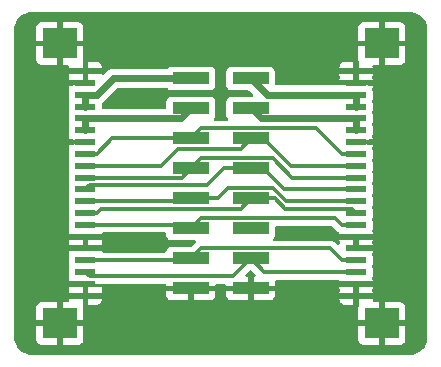
<source format=gbr>
%TF.GenerationSoftware,KiCad,Pcbnew,9.0.3*%
%TF.CreationDate,2025-07-20T15:06:00+03:00*%
%TF.ProjectId,PMDBG-FFC20,504d4442-472d-4464-9643-32302e6b6963,rev?*%
%TF.SameCoordinates,Original*%
%TF.FileFunction,Copper,L1,Top*%
%TF.FilePolarity,Positive*%
%FSLAX46Y46*%
G04 Gerber Fmt 4.6, Leading zero omitted, Abs format (unit mm)*
G04 Created by KiCad (PCBNEW 9.0.3) date 2025-07-20 15:06:00*
%MOMM*%
%LPD*%
G01*
G04 APERTURE LIST*
%TA.AperFunction,SMDPad,CuDef*%
%ADD10R,3.150000X1.000000*%
%TD*%
%TA.AperFunction,SMDPad,CuDef*%
%ADD11R,1.800000X0.600000*%
%TD*%
%TA.AperFunction,SMDPad,CuDef*%
%ADD12R,3.000000X2.600000*%
%TD*%
%TA.AperFunction,Conductor*%
%ADD13C,0.300000*%
%TD*%
%TA.AperFunction,Conductor*%
%ADD14C,0.600000*%
%TD*%
G04 APERTURE END LIST*
D10*
%TO.P,J1,1,Pin_1*%
%TO.N,+5V_IN*%
X-2525000Y8890000D03*
%TO.P,J1,2,Pin_2*%
%TO.N,+5V_OUT*%
X2525000Y8890000D03*
%TO.P,J1,3,Pin_3*%
%TO.N,+3.3V_IN*%
X-2525000Y6350000D03*
%TO.P,J1,4,Pin_4*%
%TO.N,+3.3V_OUT*%
X2525000Y6350000D03*
%TO.P,J1,5,Pin_5*%
%TO.N,/MOSI_MCU*%
X-2525000Y3810000D03*
%TO.P,J1,6,Pin_6*%
%TO.N,/MISO_MCU*%
X2525000Y3810000D03*
%TO.P,J1,7,Pin_7*%
%TO.N,/SCK_MCU*%
X-2525000Y1270000D03*
%TO.P,J1,8,Pin_8*%
%TO.N,/CS0_MCU*%
X2525000Y1270000D03*
%TO.P,J1,9,Pin_9*%
%TO.N,/CS1_MCU*%
X-2525000Y-1270000D03*
%TO.P,J1,10,Pin_10*%
%TO.N,/CS2_MCU*%
X2525000Y-1270000D03*
%TO.P,J1,11,Pin_11*%
%TO.N,/CS3_MCU*%
X-2525000Y-3810000D03*
%TO.P,J1,12,Pin_12*%
%TO.N,unconnected-(J1-Pin_12-Pad12)*%
X2525000Y-3810000D03*
%TO.P,J1,13,Pin_13*%
%TO.N,/SDA_MCU*%
X-2525000Y-6350000D03*
%TO.P,J1,14,Pin_14*%
%TO.N,/SCL_MCU*%
X2525000Y-6350000D03*
%TO.P,J1,15,Pin_15*%
%TO.N,GND_MCU*%
X-2525000Y-8890000D03*
%TO.P,J1,16,Pin_16*%
X2525000Y-8890000D03*
%TD*%
D11*
%TO.P,JM2,1,Pin_1*%
%TO.N,GND_MCU*%
X-11454000Y9500000D03*
%TO.P,JM2,2,Pin_2*%
X-11454000Y8500000D03*
%TO.P,JM2,3,Pin_3*%
%TO.N,+5V_IN*%
X-11454000Y7500000D03*
%TO.P,JM2,4,Pin_4*%
X-11454000Y6500000D03*
%TO.P,JM2,5,Pin_5*%
%TO.N,+3.3V_IN*%
X-11454000Y5500000D03*
%TO.P,JM2,6,Pin_6*%
X-11454000Y4500000D03*
%TO.P,JM2,7,Pin_7*%
%TO.N,GND_MCU*%
X-11454000Y3500000D03*
%TO.P,JM2,8,Pin_8*%
%TO.N,/MOSI_MCU*%
X-11454000Y2500000D03*
%TO.P,JM2,9,Pin_9*%
%TO.N,/MISO_MCU*%
X-11454000Y1500000D03*
%TO.P,JM2,10,Pin_10*%
%TO.N,/SCK_MCU*%
X-11454000Y500000D03*
%TO.P,JM2,11,Pin_11*%
%TO.N,/CS0_MCU*%
X-11454000Y-500000D03*
%TO.P,JM2,12,Pin_11*%
%TO.N,/CS1_MCU*%
X-11454000Y-1500000D03*
%TO.P,JM2,13,Pin_11*%
%TO.N,/CS2_MCU*%
X-11454000Y-2500000D03*
%TO.P,JM2,14,Pin_11*%
%TO.N,/CS3_MCU*%
X-11454000Y-3500000D03*
%TO.P,JM2,15,Pin_11*%
%TO.N,GND_MCU*%
X-11454000Y-4500000D03*
%TO.P,JM2,16,Pin_11*%
X-11454000Y-5500000D03*
%TO.P,JM2,17,Pin_11*%
%TO.N,/SDA_MCU*%
X-11454000Y-6500000D03*
%TO.P,JM2,18,Pin_11*%
%TO.N,/SCL_MCU*%
X-11454000Y-7500000D03*
%TO.P,JM2,19,Pin_11*%
%TO.N,GND_MCU*%
X-11454000Y-8500000D03*
%TO.P,JM2,20,Pin_11*%
X-11454000Y-9500000D03*
D12*
%TO.P,JM2,MP1,Pin_11*%
X-13625000Y11850000D03*
%TO.P,JM2,MP2,Pin_11*%
X-13625000Y-11850000D03*
%TD*%
D11*
%TO.P,JM1,1,Pin_1*%
%TO.N,GND_MCU*%
X11454000Y-9500000D03*
%TO.P,JM1,2,Pin_2*%
X11454000Y-8500000D03*
%TO.P,JM1,3,Pin_3*%
%TO.N,/SCL_MCU*%
X11454000Y-7500000D03*
%TO.P,JM1,4,Pin_4*%
%TO.N,/SDA_MCU*%
X11454000Y-6500000D03*
%TO.P,JM1,5,Pin_5*%
%TO.N,GND_MCU*%
X11454000Y-5500000D03*
%TO.P,JM1,6,Pin_6*%
X11454000Y-4500000D03*
%TO.P,JM1,7,Pin_7*%
%TO.N,/CS3_MCU*%
X11454000Y-3500000D03*
%TO.P,JM1,8,Pin_8*%
%TO.N,/CS2_MCU*%
X11454000Y-2500000D03*
%TO.P,JM1,9,Pin_9*%
%TO.N,/CS1_MCU*%
X11454000Y-1500000D03*
%TO.P,JM1,10,Pin_10*%
%TO.N,/CS0_MCU*%
X11454000Y-500000D03*
%TO.P,JM1,11,Pin_11*%
%TO.N,/SCK_MCU*%
X11454000Y500000D03*
%TO.P,JM1,12,Pin_11*%
%TO.N,/MISO_MCU*%
X11454000Y1500000D03*
%TO.P,JM1,13,Pin_11*%
%TO.N,/MOSI_MCU*%
X11454000Y2500000D03*
%TO.P,JM1,14,Pin_11*%
%TO.N,GND_MCU*%
X11454000Y3500000D03*
%TO.P,JM1,15,Pin_11*%
%TO.N,+3.3V_OUT*%
X11454000Y4500000D03*
%TO.P,JM1,16,Pin_11*%
X11454000Y5500000D03*
%TO.P,JM1,17,Pin_11*%
%TO.N,+5V_OUT*%
X11454000Y6500000D03*
%TO.P,JM1,18,Pin_11*%
X11454000Y7500000D03*
%TO.P,JM1,19,Pin_11*%
%TO.N,GND_MCU*%
X11454000Y8500000D03*
%TO.P,JM1,20,Pin_11*%
X11454000Y9500000D03*
D12*
%TO.P,JM1,MP1,Pin_11*%
X13625000Y-11850000D03*
%TO.P,JM1,MP2,Pin_11*%
X13625000Y11850000D03*
%TD*%
D13*
%TO.N,/CS3_MCU*%
X-1674000Y-2959000D02*
X9713000Y-2959000D01*
X-2835000Y-3500000D02*
X-2525000Y-3810000D01*
X-2525000Y-3810000D02*
X-1674000Y-2959000D01*
X10254000Y-3500000D02*
X11454000Y-3500000D01*
X-11454000Y-3500000D02*
X-2835000Y-3500000D01*
X9713000Y-2959000D02*
X10254000Y-3500000D01*
%TO.N,/SDA_MCU*%
X9254000Y-5500000D02*
X10254000Y-6500000D01*
X-11454000Y-6500000D02*
X-2675000Y-6500000D01*
X-2675000Y-6500000D02*
X-2525000Y-6350000D01*
X-2525000Y-6350000D02*
X-1675000Y-5500000D01*
X-1675000Y-5500000D02*
X9254000Y-5500000D01*
X10254000Y-6500000D02*
X11454000Y-6500000D01*
%TO.N,/MISO_MCU*%
X-11454000Y1500000D02*
X-5072000Y1500000D01*
X-5072000Y1500000D02*
X-3613000Y2959000D01*
X-3613000Y2959000D02*
X1674000Y2959000D01*
X1674000Y2959000D02*
X2525000Y3810000D01*
X3600000Y3810000D02*
X5910000Y1500000D01*
X2525000Y3810000D02*
X3600000Y3810000D01*
X5910000Y1500000D02*
X11454000Y1500000D01*
%TO.N,/SCL_MCU*%
X1026000Y-7849000D02*
X2525000Y-6350000D01*
X2525000Y-6350000D02*
X3675000Y-7500000D01*
X-11105000Y-7849000D02*
X1026000Y-7849000D01*
X-11454000Y-7500000D02*
X-11105000Y-7849000D01*
X3675000Y-7500000D02*
X11454000Y-7500000D01*
%TO.N,/MOSI_MCU*%
X-9190000Y3810000D02*
X-2525000Y3810000D01*
X10254000Y2500000D02*
X11454000Y2500000D01*
X-2525000Y3810000D02*
X-1674000Y4661000D01*
X-11454000Y2500000D02*
X-10500000Y2500000D01*
X8093000Y4661000D02*
X10254000Y2500000D01*
X-1674000Y4661000D02*
X8093000Y4661000D01*
X-10500000Y2500000D02*
X-9190000Y3810000D01*
%TO.N,/CS2_MCU*%
X11105000Y-2151000D02*
X11454000Y-2500000D01*
X1674000Y-2121000D02*
X2525000Y-1270000D01*
X2525000Y-1270000D02*
X4561480Y-1270000D01*
X5442480Y-2151000D02*
X11105000Y-2151000D01*
X-10500000Y-2500000D02*
X-10121000Y-2121000D01*
X-10121000Y-2121000D02*
X1674000Y-2121000D01*
X-11454000Y-2500000D02*
X-10500000Y-2500000D01*
X4561480Y-1270000D02*
X5442480Y-2151000D01*
D14*
%TO.N,+5V_OUT*%
X2525000Y8890000D02*
X3915000Y7500000D01*
X3915000Y7500000D02*
X11454000Y7500000D01*
X11454000Y7500000D02*
X11454000Y6500000D01*
D13*
%TO.N,/SCK_MCU*%
X11454000Y500000D02*
X6072000Y500000D01*
X6072000Y500000D02*
X4451000Y2121000D01*
X4451000Y2121000D02*
X-1674000Y2121000D01*
X-11454000Y500000D02*
X-3295000Y500000D01*
X-1674000Y2121000D02*
X-2525000Y1270000D01*
X-3295000Y500000D02*
X-2525000Y1270000D01*
%TO.N,/CS0_MCU*%
X252000Y1270000D02*
X2525000Y1270000D01*
X-1169000Y-151000D02*
X252000Y1270000D01*
X3600000Y1270000D02*
X5370000Y-500000D01*
X-11454000Y-500000D02*
X-11105000Y-151000D01*
X5370000Y-500000D02*
X11454000Y-500000D01*
X2525000Y1270000D02*
X3600000Y1270000D01*
X-11105000Y-151000D02*
X-1169000Y-151000D01*
%TO.N,/CS1_MCU*%
X-2525000Y-1270000D02*
X-252000Y-1270000D01*
X4419000Y-419000D02*
X5500000Y-1500000D01*
X5500000Y-1500000D02*
X11454000Y-1500000D01*
X599000Y-419000D02*
X4419000Y-419000D01*
X-252000Y-1270000D02*
X599000Y-419000D01*
X-11454000Y-1500000D02*
X-2755000Y-1500000D01*
X-2755000Y-1500000D02*
X-2525000Y-1270000D01*
D14*
%TO.N,+3.3V_OUT*%
X2525000Y6350000D02*
X3375000Y5500000D01*
X3375000Y5500000D02*
X11454000Y5500000D01*
X11454000Y5500000D02*
X11454000Y4500000D01*
%TO.N,+5V_IN*%
X-10500000Y7500000D02*
X-9110000Y8890000D01*
X-11454000Y7500000D02*
X-10500000Y7500000D01*
X-11454000Y6500000D02*
X-11454000Y7500000D01*
X-9110000Y8890000D02*
X-2525000Y8890000D01*
%TO.N,+3.3V_IN*%
X-11454000Y5500000D02*
X-11454000Y4500000D01*
X-11454000Y5500000D02*
X-3375000Y5500000D01*
X-3375000Y5500000D02*
X-2525000Y6350000D01*
%TD*%
%TA.AperFunction,Conductor*%
%TO.N,GND_MCU*%
G36*
X16004418Y14499184D02*
G01*
X16204561Y14484870D01*
X16222063Y14482353D01*
X16413797Y14440645D01*
X16430755Y14435666D01*
X16614609Y14367091D01*
X16630701Y14359741D01*
X16802904Y14265712D01*
X16817784Y14256151D01*
X16974867Y14138559D01*
X16988237Y14126973D01*
X17126972Y13988238D01*
X17138558Y13974868D01*
X17256146Y13817790D01*
X17265711Y13802905D01*
X17359740Y13630702D01*
X17367090Y13614610D01*
X17435662Y13430764D01*
X17440646Y13413788D01*
X17482351Y13222069D01*
X17484869Y13204558D01*
X17499184Y13004420D01*
X17499500Y12995573D01*
X17499500Y-12995572D01*
X17499184Y-13004419D01*
X17484869Y-13204557D01*
X17482351Y-13222068D01*
X17440646Y-13413787D01*
X17435662Y-13430763D01*
X17367090Y-13614609D01*
X17359740Y-13630701D01*
X17265711Y-13802904D01*
X17256146Y-13817789D01*
X17138558Y-13974867D01*
X17126972Y-13988237D01*
X16988237Y-14126972D01*
X16974867Y-14138558D01*
X16817789Y-14256146D01*
X16802904Y-14265711D01*
X16630701Y-14359740D01*
X16614609Y-14367090D01*
X16430763Y-14435662D01*
X16413787Y-14440646D01*
X16222068Y-14482351D01*
X16204557Y-14484869D01*
X16023779Y-14497799D01*
X16004417Y-14499184D01*
X15995572Y-14499500D01*
X-15995572Y-14499500D01*
X-16004418Y-14499184D01*
X-16026378Y-14497613D01*
X-16204558Y-14484869D01*
X-16222069Y-14482351D01*
X-16413788Y-14440646D01*
X-16430764Y-14435662D01*
X-16614610Y-14367090D01*
X-16630702Y-14359740D01*
X-16802905Y-14265711D01*
X-16817790Y-14256146D01*
X-16974868Y-14138558D01*
X-16988238Y-14126972D01*
X-17126973Y-13988237D01*
X-17138559Y-13974867D01*
X-17256151Y-13817784D01*
X-17265712Y-13802904D01*
X-17359741Y-13630701D01*
X-17367091Y-13614609D01*
X-17375020Y-13593350D01*
X-17435666Y-13430755D01*
X-17440645Y-13413797D01*
X-17482353Y-13222063D01*
X-17484870Y-13204556D01*
X-17485350Y-13197844D01*
X-15625000Y-13197844D01*
X-15618599Y-13257372D01*
X-15618597Y-13257379D01*
X-15568355Y-13392086D01*
X-15568351Y-13392093D01*
X-15482191Y-13507187D01*
X-15482188Y-13507190D01*
X-15367094Y-13593350D01*
X-15367087Y-13593354D01*
X-15232380Y-13643596D01*
X-15232373Y-13643598D01*
X-15172845Y-13649999D01*
X-15172828Y-13650000D01*
X-13875000Y-13650000D01*
X-13375000Y-13650000D01*
X-12077172Y-13650000D01*
X-12077156Y-13649999D01*
X-12017628Y-13643598D01*
X-12017621Y-13643596D01*
X-11882914Y-13593354D01*
X-11882907Y-13593350D01*
X-11767813Y-13507190D01*
X-11767810Y-13507187D01*
X-11681650Y-13392093D01*
X-11681646Y-13392086D01*
X-11631404Y-13257379D01*
X-11631402Y-13257372D01*
X-11625001Y-13197844D01*
X11625000Y-13197844D01*
X11631401Y-13257372D01*
X11631403Y-13257379D01*
X11681645Y-13392086D01*
X11681649Y-13392093D01*
X11767809Y-13507187D01*
X11767812Y-13507190D01*
X11882906Y-13593350D01*
X11882913Y-13593354D01*
X12017620Y-13643596D01*
X12017627Y-13643598D01*
X12077155Y-13649999D01*
X12077172Y-13650000D01*
X13375000Y-13650000D01*
X13875000Y-13650000D01*
X15172828Y-13650000D01*
X15172844Y-13649999D01*
X15232372Y-13643598D01*
X15232379Y-13643596D01*
X15367086Y-13593354D01*
X15367093Y-13593350D01*
X15482187Y-13507190D01*
X15482190Y-13507187D01*
X15568350Y-13392093D01*
X15568354Y-13392086D01*
X15618596Y-13257379D01*
X15618598Y-13257372D01*
X15624999Y-13197844D01*
X15625000Y-13197827D01*
X15625000Y-12100000D01*
X13875000Y-12100000D01*
X13875000Y-13650000D01*
X13375000Y-13650000D01*
X13375000Y-12100000D01*
X11625000Y-12100000D01*
X11625000Y-13197844D01*
X-11625001Y-13197844D01*
X-11625000Y-13197827D01*
X-11625000Y-12100000D01*
X-13375000Y-12100000D01*
X-13375000Y-13650000D01*
X-13875000Y-13650000D01*
X-13875000Y-12100000D01*
X-15625000Y-12100000D01*
X-15625000Y-13197844D01*
X-17485350Y-13197844D01*
X-17499184Y-13004418D01*
X-17499500Y-12995572D01*
X-17499500Y-10502155D01*
X-15625000Y-10502155D01*
X-15625000Y-11600000D01*
X-13875000Y-11600000D01*
X-13875000Y-10050000D01*
X-13375000Y-10050000D01*
X-13375000Y-11600000D01*
X-11625000Y-11600000D01*
X-11625000Y-10524752D01*
X-11634870Y-10502157D01*
X11625000Y-10502157D01*
X11625000Y-11600000D01*
X13375000Y-11600000D01*
X13875000Y-11600000D01*
X15625000Y-11600000D01*
X15625000Y-10502172D01*
X15624999Y-10502155D01*
X15618598Y-10442627D01*
X15618596Y-10442620D01*
X15568354Y-10307913D01*
X15568350Y-10307906D01*
X15482190Y-10192812D01*
X15482187Y-10192809D01*
X15367093Y-10106649D01*
X15367086Y-10106645D01*
X15232379Y-10056403D01*
X15232372Y-10056401D01*
X15172844Y-10050000D01*
X13875000Y-10050000D01*
X13875000Y-11600000D01*
X13375000Y-11600000D01*
X13375000Y-10050000D01*
X12970310Y-10050000D01*
X12903271Y-10030315D01*
X12857516Y-9977511D01*
X12847021Y-9912744D01*
X12853999Y-9847844D01*
X12854000Y-9847827D01*
X12854000Y-9750000D01*
X11704000Y-9750000D01*
X11704000Y-10317999D01*
X11684315Y-10385038D01*
X11650722Y-10419854D01*
X11636110Y-10429999D01*
X11631402Y-10442622D01*
X11631401Y-10442627D01*
X11625000Y-10502157D01*
X-11634870Y-10502157D01*
X-11693632Y-10367636D01*
X-11693788Y-10366411D01*
X-11694562Y-10365450D01*
X-11704000Y-10317999D01*
X-11704000Y-10300000D01*
X-11204000Y-10300000D01*
X-10506172Y-10300000D01*
X-10506156Y-10299999D01*
X-10446628Y-10293598D01*
X-10446621Y-10293596D01*
X-10311914Y-10243354D01*
X-10311907Y-10243350D01*
X-10196813Y-10157190D01*
X-10196810Y-10157187D01*
X-10110650Y-10042093D01*
X-10110646Y-10042086D01*
X-10060404Y-9907379D01*
X-10060402Y-9907372D01*
X-10054001Y-9847844D01*
X-10054000Y-9847827D01*
X-10054000Y-9750000D01*
X-11204000Y-9750000D01*
X-11204000Y-10300000D01*
X-11704000Y-10300000D01*
X-11704000Y-9750000D01*
X-12854000Y-9750000D01*
X-12854000Y-9847844D01*
X-12847021Y-9912744D01*
X-12859426Y-9981503D01*
X-12907035Y-10032641D01*
X-12970310Y-10050000D01*
X-13375000Y-10050000D01*
X-13875000Y-10050000D01*
X-15172845Y-10050000D01*
X-15232373Y-10056401D01*
X-15232380Y-10056403D01*
X-15367087Y-10106645D01*
X-15367094Y-10106649D01*
X-15482188Y-10192809D01*
X-15482191Y-10192812D01*
X-15568351Y-10307906D01*
X-15568355Y-10307913D01*
X-15618597Y-10442620D01*
X-15618599Y-10442627D01*
X-15625000Y-10502155D01*
X-17499500Y-10502155D01*
X-17499500Y-9437844D01*
X-4600000Y-9437844D01*
X-4593599Y-9497372D01*
X-4593597Y-9497379D01*
X-4543355Y-9632086D01*
X-4543351Y-9632093D01*
X-4457191Y-9747187D01*
X-4457188Y-9747190D01*
X-4342094Y-9833350D01*
X-4342087Y-9833354D01*
X-4207380Y-9883596D01*
X-4207373Y-9883598D01*
X-4147845Y-9889999D01*
X-4147828Y-9890000D01*
X-2775000Y-9890000D01*
X-2275000Y-9890000D01*
X-902172Y-9890000D01*
X-902156Y-9889999D01*
X-842628Y-9883598D01*
X-842621Y-9883596D01*
X-707914Y-9833354D01*
X-707907Y-9833350D01*
X-592813Y-9747190D01*
X-592810Y-9747187D01*
X-506650Y-9632093D01*
X-506646Y-9632086D01*
X-456404Y-9497379D01*
X-456402Y-9497372D01*
X-450001Y-9437844D01*
X450000Y-9437844D01*
X456401Y-9497372D01*
X456403Y-9497379D01*
X506645Y-9632086D01*
X506649Y-9632093D01*
X592809Y-9747187D01*
X592812Y-9747190D01*
X707906Y-9833350D01*
X707913Y-9833354D01*
X842620Y-9883596D01*
X842627Y-9883598D01*
X902155Y-9889999D01*
X902172Y-9890000D01*
X2275000Y-9890000D01*
X2775000Y-9890000D01*
X4147828Y-9890000D01*
X4147844Y-9889999D01*
X4207372Y-9883598D01*
X4207379Y-9883596D01*
X4303236Y-9847844D01*
X10054000Y-9847844D01*
X10060401Y-9907372D01*
X10060403Y-9907379D01*
X10110645Y-10042086D01*
X10110649Y-10042093D01*
X10196809Y-10157187D01*
X10196812Y-10157190D01*
X10311906Y-10243350D01*
X10311913Y-10243354D01*
X10446620Y-10293596D01*
X10446627Y-10293598D01*
X10506155Y-10299999D01*
X10506172Y-10300000D01*
X11204000Y-10300000D01*
X11204000Y-9750000D01*
X10054000Y-9750000D01*
X10054000Y-9847844D01*
X4303236Y-9847844D01*
X4342086Y-9833354D01*
X4342093Y-9833350D01*
X4457187Y-9747190D01*
X4457190Y-9747187D01*
X4543350Y-9632093D01*
X4543354Y-9632086D01*
X4593596Y-9497379D01*
X4593598Y-9497372D01*
X4599999Y-9437844D01*
X4600000Y-9437827D01*
X4600000Y-9140000D01*
X2775000Y-9140000D01*
X2775000Y-9890000D01*
X2275000Y-9890000D01*
X2275000Y-9140000D01*
X450000Y-9140000D01*
X450000Y-9437844D01*
X-450001Y-9437844D01*
X-450000Y-9437827D01*
X-450000Y-9140000D01*
X-2275000Y-9140000D01*
X-2275000Y-9890000D01*
X-2775000Y-9890000D01*
X-2775000Y-9140000D01*
X-4600000Y-9140000D01*
X-4600000Y-9437844D01*
X-17499500Y-9437844D01*
X-17499500Y-8847844D01*
X-12854000Y-8847844D01*
X-12847599Y-8907372D01*
X-12847597Y-8907380D01*
X-12829214Y-8956667D01*
X-12824230Y-9026359D01*
X-12829214Y-9043333D01*
X-12847597Y-9092619D01*
X-12847599Y-9092627D01*
X-12854000Y-9152155D01*
X-12854000Y-9250000D01*
X-11704000Y-9250000D01*
X-11204000Y-9250000D01*
X-10054000Y-9250000D01*
X-10054000Y-9152172D01*
X-10054001Y-9152155D01*
X-10058187Y-9113225D01*
X-10081413Y-9035505D01*
X-10081562Y-9004541D01*
X-10083772Y-8973644D01*
X-10081743Y-8966733D01*
X-10081748Y-8965636D01*
X-10081140Y-8964678D01*
X-10078786Y-8956665D01*
X-10060403Y-8907378D01*
X-10060403Y-8907377D01*
X-10054001Y-8847844D01*
X10054000Y-8847844D01*
X10060401Y-8907372D01*
X10060403Y-8907380D01*
X10078786Y-8956667D01*
X10083770Y-9026359D01*
X10078786Y-9043333D01*
X10060403Y-9092619D01*
X10060401Y-9092627D01*
X10054000Y-9152155D01*
X10054000Y-9250000D01*
X11204000Y-9250000D01*
X11704000Y-9250000D01*
X12854000Y-9250000D01*
X12854000Y-9152172D01*
X12853999Y-9152155D01*
X12847597Y-9092622D01*
X12847597Y-9092621D01*
X12829214Y-9043335D01*
X12824228Y-8973644D01*
X12829214Y-8956665D01*
X12847597Y-8907378D01*
X12847597Y-8907377D01*
X12853999Y-8847844D01*
X12854000Y-8847827D01*
X12854000Y-8750000D01*
X11704000Y-8750000D01*
X11704000Y-9250000D01*
X11204000Y-9250000D01*
X11204000Y-8750000D01*
X10054000Y-8750000D01*
X10054000Y-8847844D01*
X-10054001Y-8847844D01*
X-10054000Y-8847827D01*
X-10054000Y-8750000D01*
X-11204000Y-8750000D01*
X-11204000Y-9250000D01*
X-11704000Y-9250000D01*
X-11704000Y-8750000D01*
X-12854000Y-8750000D01*
X-12854000Y-8847844D01*
X-17499500Y-8847844D01*
X-17499500Y-4847844D01*
X-12854000Y-4847844D01*
X-12847599Y-4907372D01*
X-12847597Y-4907380D01*
X-12829214Y-4956667D01*
X-12824230Y-5026359D01*
X-12829214Y-5043333D01*
X-12847597Y-5092619D01*
X-12847599Y-5092627D01*
X-12854000Y-5152155D01*
X-12854000Y-5250000D01*
X-11704000Y-5250000D01*
X-11204000Y-5250000D01*
X-10054000Y-5250000D01*
X-10054000Y-5152172D01*
X-10054001Y-5152155D01*
X-10060403Y-5092622D01*
X-10060403Y-5092621D01*
X-10078786Y-5043335D01*
X-10083772Y-4973644D01*
X-10078786Y-4956665D01*
X-10060403Y-4907378D01*
X-10060403Y-4907377D01*
X-10054001Y-4847844D01*
X-10054000Y-4847827D01*
X-10054000Y-4750000D01*
X-11204000Y-4750000D01*
X-11204000Y-5250000D01*
X-11704000Y-5250000D01*
X-11704000Y-4750000D01*
X-12854000Y-4750000D01*
X-12854000Y-4847844D01*
X-17499500Y-4847844D01*
X-17499500Y7847873D01*
X-12854500Y7847873D01*
X-12854500Y7837739D01*
X-12854500Y7837738D01*
X-12854500Y7152130D01*
X-12854499Y7152124D01*
X-12848092Y7092518D01*
X-12834996Y7057407D01*
X-12829748Y7043335D01*
X-12829747Y7043334D01*
X-12824763Y6973642D01*
X-12829747Y6956669D01*
X-12848090Y6907489D01*
X-12848090Y6907486D01*
X-12848091Y6907483D01*
X-12854500Y6847873D01*
X-12854500Y6847866D01*
X-12854500Y6847865D01*
X-12854500Y6152130D01*
X-12854499Y6152124D01*
X-12848092Y6092518D01*
X-12834996Y6057407D01*
X-12829748Y6043335D01*
X-12829747Y6043334D01*
X-12824763Y5973642D01*
X-12829747Y5956669D01*
X-12848090Y5907489D01*
X-12848090Y5907486D01*
X-12848091Y5907483D01*
X-12854500Y5847873D01*
X-12854500Y5847866D01*
X-12854500Y5847865D01*
X-12854500Y5152130D01*
X-12854499Y5152124D01*
X-12848092Y5092518D01*
X-12834996Y5057407D01*
X-12829748Y5043335D01*
X-12829747Y5043334D01*
X-12824763Y4973642D01*
X-12829747Y4956669D01*
X-12848090Y4907489D01*
X-12848090Y4907486D01*
X-12848091Y4907483D01*
X-12854500Y4847873D01*
X-12854500Y4847866D01*
X-12854500Y4847865D01*
X-12854500Y4152130D01*
X-12854499Y4152124D01*
X-12848091Y4092516D01*
X-12829481Y4042618D01*
X-12824497Y3972926D01*
X-12829480Y3955954D01*
X-12847598Y3907377D01*
X-12847599Y3907373D01*
X-12854000Y3847845D01*
X-12854000Y3750000D01*
X-12602069Y3750000D01*
X-12558736Y3742182D01*
X-12461483Y3705909D01*
X-12461484Y3705909D01*
X-12454556Y3705165D01*
X-12401873Y3699500D01*
X-11578000Y3699501D01*
X-11569314Y3696951D01*
X-11560353Y3698239D01*
X-11536317Y3687262D01*
X-11510961Y3679817D01*
X-11505033Y3672975D01*
X-11496797Y3669214D01*
X-11482511Y3646983D01*
X-11465206Y3627013D01*
X-11462919Y3616498D01*
X-11459023Y3610436D01*
X-11454000Y3575501D01*
X-11454000Y3424500D01*
X-11473685Y3357461D01*
X-11526489Y3311706D01*
X-11578000Y3300500D01*
X-12401871Y3300500D01*
X-12401877Y3300499D01*
X-12461484Y3294092D01*
X-12558736Y3257818D01*
X-12602069Y3250000D01*
X-12854000Y3250000D01*
X-12854000Y3152156D01*
X-12847599Y3092628D01*
X-12847597Y3092617D01*
X-12829481Y3044047D01*
X-12824497Y2974356D01*
X-12829480Y2957384D01*
X-12841660Y2924726D01*
X-12848091Y2907483D01*
X-12854500Y2847873D01*
X-12854500Y2847866D01*
X-12854500Y2847865D01*
X-12854500Y2152130D01*
X-12854499Y2152124D01*
X-12848092Y2092518D01*
X-12834996Y2057407D01*
X-12829748Y2043335D01*
X-12829747Y2043334D01*
X-12824763Y1973642D01*
X-12829747Y1956669D01*
X-12848090Y1907489D01*
X-12848090Y1907486D01*
X-12848091Y1907483D01*
X-12854500Y1847873D01*
X-12854500Y1847866D01*
X-12854500Y1847865D01*
X-12854500Y1152130D01*
X-12854499Y1152124D01*
X-12848092Y1092518D01*
X-12834996Y1057407D01*
X-12829748Y1043335D01*
X-12829747Y1043334D01*
X-12824763Y973642D01*
X-12829747Y956669D01*
X-12848090Y907489D01*
X-12848090Y907486D01*
X-12848091Y907483D01*
X-12854500Y847873D01*
X-12854500Y847866D01*
X-12854500Y847865D01*
X-12854500Y152130D01*
X-12854499Y152124D01*
X-12848092Y92518D01*
X-12845764Y86277D01*
X-12829748Y43335D01*
X-12829747Y43334D01*
X-12824763Y-26358D01*
X-12829747Y-43331D01*
X-12848090Y-92511D01*
X-12848090Y-92514D01*
X-12848091Y-92517D01*
X-12854500Y-152127D01*
X-12854500Y-152134D01*
X-12854500Y-152135D01*
X-12854500Y-847870D01*
X-12854499Y-847876D01*
X-12848092Y-907482D01*
X-12834996Y-942593D01*
X-12829748Y-956665D01*
X-12829747Y-956666D01*
X-12824763Y-1026358D01*
X-12829747Y-1043331D01*
X-12848090Y-1092511D01*
X-12848090Y-1092514D01*
X-12848091Y-1092517D01*
X-12854500Y-1152127D01*
X-12854500Y-1152134D01*
X-12854500Y-1152135D01*
X-12854500Y-1847870D01*
X-12854499Y-1847876D01*
X-12848092Y-1907482D01*
X-12834996Y-1942593D01*
X-12829748Y-1956665D01*
X-12829747Y-1956666D01*
X-12824763Y-2026358D01*
X-12829747Y-2043331D01*
X-12848090Y-2092511D01*
X-12848090Y-2092514D01*
X-12848091Y-2092517D01*
X-12854500Y-2152127D01*
X-12854500Y-2152134D01*
X-12854500Y-2152135D01*
X-12854500Y-2847870D01*
X-12854499Y-2847876D01*
X-12848092Y-2907482D01*
X-12834996Y-2942593D01*
X-12829748Y-2956665D01*
X-12829747Y-2956666D01*
X-12824763Y-3026358D01*
X-12829747Y-3043331D01*
X-12848090Y-3092511D01*
X-12848090Y-3092514D01*
X-12848091Y-3092517D01*
X-12854500Y-3152127D01*
X-12854500Y-3152134D01*
X-12854500Y-3152135D01*
X-12854500Y-3847870D01*
X-12854499Y-3847876D01*
X-12848091Y-3907484D01*
X-12829481Y-3957382D01*
X-12824497Y-4027074D01*
X-12829480Y-4044046D01*
X-12847598Y-4092623D01*
X-12847599Y-4092627D01*
X-12854000Y-4152155D01*
X-12854000Y-4250000D01*
X-12602069Y-4250000D01*
X-12558736Y-4257818D01*
X-12461483Y-4294091D01*
X-12461484Y-4294091D01*
X-12454556Y-4294835D01*
X-12401873Y-4300500D01*
X-10506128Y-4300499D01*
X-10446517Y-4294091D01*
X-10349264Y-4257817D01*
X-10305931Y-4250000D01*
X-10054000Y-4250000D01*
X-10043816Y-4239815D01*
X-10034315Y-4207461D01*
X-9981511Y-4161706D01*
X-9930000Y-4150500D01*
X-4724499Y-4150500D01*
X-4657460Y-4170185D01*
X-4611705Y-4222989D01*
X-4600499Y-4274500D01*
X-4600499Y-4357876D01*
X-4594092Y-4417483D01*
X-4543798Y-4552328D01*
X-4543794Y-4552335D01*
X-4457548Y-4667544D01*
X-4457545Y-4667547D01*
X-4342336Y-4753793D01*
X-4342329Y-4753797D01*
X-4207483Y-4804091D01*
X-4207484Y-4804091D01*
X-4200556Y-4804835D01*
X-4147873Y-4810500D01*
X-2204808Y-4810499D01*
X-2137770Y-4830184D01*
X-2092015Y-4882987D01*
X-2082071Y-4952146D01*
X-2111096Y-5015702D01*
X-2117128Y-5022180D01*
X-2408129Y-5313181D01*
X-2469452Y-5346666D01*
X-2495810Y-5349500D01*
X-4147871Y-5349500D01*
X-4147877Y-5349501D01*
X-4207484Y-5355908D01*
X-4342329Y-5406202D01*
X-4342336Y-5406206D01*
X-4457545Y-5492452D01*
X-4457548Y-5492455D01*
X-4543794Y-5607664D01*
X-4543798Y-5607671D01*
X-4594092Y-5742517D01*
X-4595874Y-5750062D01*
X-4598147Y-5749525D01*
X-4620429Y-5803312D01*
X-4677823Y-5843157D01*
X-4716976Y-5849500D01*
X-9930000Y-5849500D01*
X-9997039Y-5829815D01*
X-10042794Y-5777011D01*
X-10047189Y-5756811D01*
X-10054000Y-5750000D01*
X-10305931Y-5750000D01*
X-10349264Y-5742182D01*
X-10446518Y-5705908D01*
X-10446517Y-5705908D01*
X-10506117Y-5699501D01*
X-10506119Y-5699500D01*
X-10506127Y-5699500D01*
X-10506135Y-5699500D01*
X-12401871Y-5699500D01*
X-12401877Y-5699501D01*
X-12461484Y-5705908D01*
X-12558736Y-5742182D01*
X-12602069Y-5750000D01*
X-12854000Y-5750000D01*
X-12854000Y-5847844D01*
X-12847599Y-5907372D01*
X-12847597Y-5907383D01*
X-12829481Y-5955953D01*
X-12824497Y-6025644D01*
X-12829480Y-6042616D01*
X-12848090Y-6092513D01*
X-12848091Y-6092517D01*
X-12854500Y-6152127D01*
X-12854500Y-6152134D01*
X-12854500Y-6152135D01*
X-12854500Y-6847870D01*
X-12854499Y-6847876D01*
X-12848092Y-6907482D01*
X-12834996Y-6942593D01*
X-12829748Y-6956665D01*
X-12829747Y-6956666D01*
X-12824763Y-7026358D01*
X-12829747Y-7043331D01*
X-12848090Y-7092511D01*
X-12848090Y-7092514D01*
X-12848091Y-7092517D01*
X-12854500Y-7152127D01*
X-12854500Y-7152134D01*
X-12854500Y-7152135D01*
X-12854500Y-7847870D01*
X-12854499Y-7847876D01*
X-12848091Y-7907484D01*
X-12829481Y-7957382D01*
X-12824497Y-8027074D01*
X-12829480Y-8044046D01*
X-12847598Y-8092623D01*
X-12847599Y-8092627D01*
X-12854000Y-8152155D01*
X-12854000Y-8250000D01*
X-12602069Y-8250000D01*
X-12558736Y-8257818D01*
X-12461483Y-8294091D01*
X-12461484Y-8294091D01*
X-12454556Y-8294835D01*
X-12401873Y-8300500D01*
X-11624810Y-8300499D01*
X-11557771Y-8320183D01*
X-11537129Y-8336818D01*
X-11519672Y-8354275D01*
X-11519669Y-8354277D01*
X-11413126Y-8425466D01*
X-11343779Y-8454189D01*
X-11294744Y-8474501D01*
X-11294741Y-8474501D01*
X-11294740Y-8474502D01*
X-11169072Y-8499500D01*
X-4724000Y-8499500D01*
X-4656961Y-8519185D01*
X-4611206Y-8571989D01*
X-4600000Y-8623500D01*
X-4600000Y-8640000D01*
X-450000Y-8640000D01*
X-450000Y-8623500D01*
X-430315Y-8556461D01*
X-377511Y-8510706D01*
X-326000Y-8499500D01*
X326000Y-8499500D01*
X393039Y-8519185D01*
X438794Y-8571989D01*
X450000Y-8623500D01*
X450000Y-8640000D01*
X2275000Y-8640000D01*
X2275000Y-7890000D01*
X2204307Y-7890000D01*
X2137268Y-7870315D01*
X2091513Y-7817511D01*
X2081569Y-7748353D01*
X2110594Y-7684797D01*
X2116626Y-7678319D01*
X2408126Y-7386818D01*
X2435053Y-7372114D01*
X2460872Y-7355522D01*
X2467072Y-7354630D01*
X2469449Y-7353333D01*
X2495807Y-7350499D01*
X2554191Y-7350499D01*
X2621230Y-7370184D01*
X2641872Y-7386818D01*
X2933373Y-7678319D01*
X2966858Y-7739642D01*
X2961874Y-7809334D01*
X2920002Y-7865267D01*
X2854538Y-7889684D01*
X2845692Y-7890000D01*
X2775000Y-7890000D01*
X2775000Y-8640000D01*
X4600000Y-8640000D01*
X4600000Y-8342172D01*
X4599999Y-8342155D01*
X4594150Y-8287756D01*
X4606555Y-8218997D01*
X4654164Y-8167859D01*
X4717439Y-8150500D01*
X9930000Y-8150500D01*
X9997039Y-8170185D01*
X10042794Y-8222989D01*
X10047188Y-8243188D01*
X10054000Y-8250000D01*
X10305931Y-8250000D01*
X10349264Y-8257818D01*
X10446517Y-8294091D01*
X10446516Y-8294091D01*
X10453444Y-8294835D01*
X10506127Y-8300500D01*
X12401872Y-8300499D01*
X12461483Y-8294091D01*
X12558736Y-8257817D01*
X12602069Y-8250000D01*
X12854000Y-8250000D01*
X12854000Y-8152172D01*
X12853999Y-8152155D01*
X12847598Y-8092627D01*
X12829479Y-8044048D01*
X12824495Y-7974356D01*
X12829476Y-7957391D01*
X12848091Y-7907483D01*
X12854500Y-7847873D01*
X12854499Y-7152128D01*
X12848091Y-7092517D01*
X12829747Y-7043334D01*
X12824762Y-6973643D01*
X12829747Y-6956665D01*
X12848089Y-6907488D01*
X12848088Y-6907488D01*
X12848091Y-6907483D01*
X12854500Y-6847873D01*
X12854499Y-6152128D01*
X12848091Y-6092517D01*
X12829480Y-6042618D01*
X12824495Y-5972927D01*
X12829480Y-5955949D01*
X12847597Y-5907375D01*
X12847598Y-5907372D01*
X12853999Y-5847844D01*
X12854000Y-5847827D01*
X12854000Y-5750000D01*
X12602069Y-5750000D01*
X12558736Y-5742182D01*
X12461482Y-5705908D01*
X12461483Y-5705908D01*
X12401883Y-5699501D01*
X12401881Y-5699500D01*
X12401873Y-5699500D01*
X12401865Y-5699500D01*
X11578000Y-5699500D01*
X11510961Y-5679815D01*
X11465206Y-5627011D01*
X11454000Y-5575500D01*
X11454000Y-5500000D01*
X11328000Y-5500000D01*
X11260961Y-5480315D01*
X11215206Y-5427511D01*
X11204000Y-5376000D01*
X11204000Y-5250000D01*
X11704000Y-5250000D01*
X12854000Y-5250000D01*
X12854000Y-5152172D01*
X12853999Y-5152155D01*
X12847597Y-5092622D01*
X12847597Y-5092621D01*
X12829214Y-5043335D01*
X12824228Y-4973644D01*
X12829214Y-4956665D01*
X12847597Y-4907378D01*
X12847597Y-4907377D01*
X12853999Y-4847844D01*
X12854000Y-4847827D01*
X12854000Y-4750000D01*
X11704000Y-4750000D01*
X11704000Y-5250000D01*
X11204000Y-5250000D01*
X11204000Y-4750000D01*
X10054000Y-4750000D01*
X10054000Y-4847844D01*
X10060401Y-4907372D01*
X10060403Y-4907380D01*
X10078786Y-4956667D01*
X10080400Y-4979241D01*
X10086600Y-5001008D01*
X10083253Y-5019135D01*
X10083770Y-5026359D01*
X10081293Y-5035901D01*
X10054982Y-5122886D01*
X10041950Y-5142805D01*
X10032839Y-5164798D01*
X10023172Y-5171508D01*
X10016731Y-5181355D01*
X9994998Y-5191067D01*
X9975444Y-5204642D01*
X9963684Y-5205061D01*
X9952942Y-5209862D01*
X9929408Y-5206283D01*
X9905619Y-5207131D01*
X9894920Y-5201038D01*
X9883866Y-5199357D01*
X9869046Y-5186303D01*
X9848612Y-5174666D01*
X9668674Y-4994727D01*
X9668673Y-4994726D01*
X9645498Y-4979241D01*
X9562127Y-4923535D01*
X9523118Y-4907377D01*
X9443744Y-4874499D01*
X9443738Y-4874497D01*
X9318071Y-4849500D01*
X9318069Y-4849500D01*
X4569057Y-4849500D01*
X4502018Y-4829815D01*
X4456263Y-4777011D01*
X4446319Y-4707853D01*
X4469790Y-4651189D01*
X4543796Y-4552331D01*
X4594091Y-4417483D01*
X4600500Y-4357873D01*
X4600499Y-3733499D01*
X4620183Y-3666461D01*
X4672987Y-3620706D01*
X4724499Y-3609500D01*
X9392192Y-3609500D01*
X9459231Y-3629185D01*
X9479873Y-3645819D01*
X9839325Y-4005272D01*
X9839332Y-4005278D01*
X9945868Y-4076462D01*
X9945874Y-4076466D01*
X9977449Y-4089544D01*
X10031853Y-4133382D01*
X10053921Y-4199675D01*
X10054000Y-4204106D01*
X10054000Y-4250000D01*
X10305931Y-4250000D01*
X10349264Y-4257818D01*
X10446517Y-4294091D01*
X10446516Y-4294091D01*
X10453444Y-4294835D01*
X10506127Y-4300500D01*
X12401872Y-4300499D01*
X12461483Y-4294091D01*
X12558736Y-4257817D01*
X12602069Y-4250000D01*
X12854000Y-4250000D01*
X12854000Y-4152172D01*
X12853999Y-4152155D01*
X12847598Y-4092627D01*
X12829479Y-4044048D01*
X12824495Y-3974356D01*
X12829476Y-3957391D01*
X12848091Y-3907483D01*
X12854500Y-3847873D01*
X12854499Y-3152128D01*
X12848091Y-3092517D01*
X12829747Y-3043334D01*
X12824762Y-2973643D01*
X12829747Y-2956665D01*
X12848089Y-2907488D01*
X12848088Y-2907488D01*
X12848091Y-2907483D01*
X12854500Y-2847873D01*
X12854499Y-2152128D01*
X12848091Y-2092517D01*
X12829747Y-2043334D01*
X12824762Y-1973643D01*
X12829747Y-1956665D01*
X12848089Y-1907488D01*
X12848088Y-1907488D01*
X12848091Y-1907483D01*
X12854500Y-1847873D01*
X12854499Y-1152128D01*
X12848091Y-1092517D01*
X12829747Y-1043334D01*
X12824762Y-973643D01*
X12829747Y-956665D01*
X12848089Y-907488D01*
X12848088Y-907488D01*
X12848091Y-907483D01*
X12854500Y-847873D01*
X12854499Y-152128D01*
X12848091Y-92517D01*
X12829747Y-43334D01*
X12824762Y26357D01*
X12829747Y43335D01*
X12848091Y92517D01*
X12854500Y152127D01*
X12854499Y847872D01*
X12848091Y907483D01*
X12829747Y956666D01*
X12824762Y1026357D01*
X12829747Y1043335D01*
X12848089Y1092512D01*
X12848088Y1092512D01*
X12848091Y1092517D01*
X12854500Y1152127D01*
X12854499Y1847872D01*
X12848091Y1907483D01*
X12829747Y1956666D01*
X12824762Y2026357D01*
X12829747Y2043335D01*
X12848089Y2092512D01*
X12848088Y2092512D01*
X12848091Y2092517D01*
X12854500Y2152127D01*
X12854499Y2847872D01*
X12848091Y2907483D01*
X12829480Y2957382D01*
X12824495Y3027073D01*
X12829480Y3044051D01*
X12847597Y3092625D01*
X12847598Y3092628D01*
X12853999Y3152156D01*
X12854000Y3152173D01*
X12854000Y3250000D01*
X12602069Y3250000D01*
X12558736Y3257818D01*
X12461482Y3294092D01*
X12461483Y3294092D01*
X12401883Y3300499D01*
X12401881Y3300500D01*
X12401873Y3300500D01*
X12401865Y3300500D01*
X11578000Y3300500D01*
X11569314Y3303051D01*
X11560353Y3301762D01*
X11536312Y3312741D01*
X11510961Y3320185D01*
X11505033Y3327026D01*
X11496797Y3330787D01*
X11482507Y3353022D01*
X11465206Y3372989D01*
X11462918Y3383504D01*
X11459023Y3389565D01*
X11454000Y3424500D01*
X11454000Y3575501D01*
X11473685Y3642540D01*
X11526489Y3688295D01*
X11578000Y3699501D01*
X12401871Y3699501D01*
X12401872Y3699501D01*
X12461483Y3705909D01*
X12558736Y3742183D01*
X12602069Y3750000D01*
X12854000Y3750000D01*
X12854000Y3847828D01*
X12853999Y3847845D01*
X12847598Y3907373D01*
X12829479Y3955952D01*
X12824495Y4025644D01*
X12829476Y4042609D01*
X12848091Y4092517D01*
X12854500Y4152127D01*
X12854499Y4847872D01*
X12848091Y4907483D01*
X12829747Y4956666D01*
X12824762Y5026357D01*
X12829747Y5043335D01*
X12848089Y5092512D01*
X12848088Y5092512D01*
X12848091Y5092517D01*
X12854500Y5152127D01*
X12854499Y5847872D01*
X12848091Y5907483D01*
X12829747Y5956666D01*
X12824762Y6026357D01*
X12829747Y6043335D01*
X12848089Y6092512D01*
X12848088Y6092512D01*
X12848091Y6092517D01*
X12854500Y6152127D01*
X12854499Y6847872D01*
X12848091Y6907483D01*
X12829747Y6956666D01*
X12824762Y7026357D01*
X12829747Y7043335D01*
X12848021Y7092329D01*
X12848091Y7092517D01*
X12854500Y7152127D01*
X12854499Y7847872D01*
X12848091Y7907483D01*
X12829480Y7957382D01*
X12824495Y8027073D01*
X12829480Y8044051D01*
X12847597Y8092625D01*
X12847598Y8092628D01*
X12853999Y8152156D01*
X12854000Y8152173D01*
X12854000Y8250000D01*
X12602069Y8250000D01*
X12558736Y8257818D01*
X12461482Y8294092D01*
X12461483Y8294092D01*
X12401883Y8300499D01*
X12401881Y8300500D01*
X12401873Y8300500D01*
X12401865Y8300500D01*
X4724500Y8300500D01*
X4657461Y8320185D01*
X4611706Y8372989D01*
X4600500Y8424500D01*
X4600499Y9152156D01*
X10054000Y9152156D01*
X10060401Y9092628D01*
X10060403Y9092620D01*
X10078786Y9043333D01*
X10083770Y8973641D01*
X10078786Y8956667D01*
X10060403Y8907381D01*
X10060401Y8907373D01*
X10054000Y8847845D01*
X10054000Y8750000D01*
X11204000Y8750000D01*
X11704000Y8750000D01*
X12854000Y8750000D01*
X12854000Y8847828D01*
X12853999Y8847845D01*
X12847597Y8907378D01*
X12847597Y8907379D01*
X12829214Y8956665D01*
X12824228Y9026356D01*
X12829214Y9043335D01*
X12847597Y9092622D01*
X12847597Y9092623D01*
X12853999Y9152156D01*
X12854000Y9152173D01*
X12854000Y9250000D01*
X11704000Y9250000D01*
X11704000Y8750000D01*
X11204000Y8750000D01*
X11204000Y9250000D01*
X10054000Y9250000D01*
X10054000Y9152156D01*
X4600499Y9152156D01*
X4600499Y9301362D01*
X4600499Y9437871D01*
X4600498Y9437877D01*
X4600497Y9437884D01*
X4594091Y9497483D01*
X4588755Y9511789D01*
X4543797Y9632329D01*
X4543793Y9632336D01*
X4457547Y9747545D01*
X4457544Y9747548D01*
X4451753Y9751883D01*
X4342335Y9833794D01*
X4342328Y9833798D01*
X4304666Y9847845D01*
X10054000Y9847845D01*
X10054000Y9750000D01*
X11204000Y9750000D01*
X11204000Y10300000D01*
X10506155Y10300000D01*
X10446627Y10293599D01*
X10446620Y10293597D01*
X10311913Y10243355D01*
X10311906Y10243351D01*
X10196812Y10157191D01*
X10196809Y10157188D01*
X10110649Y10042094D01*
X10110645Y10042087D01*
X10060403Y9907380D01*
X10060401Y9907373D01*
X10054000Y9847845D01*
X4304666Y9847845D01*
X4207482Y9884092D01*
X4207483Y9884092D01*
X4147883Y9890499D01*
X4147881Y9890500D01*
X4147873Y9890500D01*
X4147864Y9890500D01*
X902129Y9890500D01*
X902123Y9890499D01*
X842516Y9884092D01*
X707671Y9833798D01*
X707664Y9833794D01*
X592455Y9747548D01*
X592452Y9747545D01*
X506206Y9632336D01*
X506202Y9632329D01*
X455908Y9497483D01*
X449501Y9437884D01*
X449501Y9437877D01*
X449500Y9437865D01*
X449500Y8342130D01*
X449501Y8342124D01*
X455908Y8282517D01*
X506202Y8147672D01*
X506206Y8147665D01*
X592452Y8032456D01*
X592455Y8032453D01*
X707664Y7946207D01*
X707671Y7946203D01*
X842517Y7895909D01*
X842516Y7895909D01*
X849444Y7895165D01*
X902127Y7889500D01*
X2342059Y7889501D01*
X2409098Y7869816D01*
X2429740Y7853182D01*
X2720741Y7562181D01*
X2754226Y7500858D01*
X2749242Y7431166D01*
X2707370Y7375233D01*
X2641906Y7350816D01*
X2633060Y7350500D01*
X902129Y7350500D01*
X902123Y7350499D01*
X842516Y7344092D01*
X707671Y7293798D01*
X707664Y7293794D01*
X592455Y7207548D01*
X592452Y7207545D01*
X506206Y7092336D01*
X506202Y7092329D01*
X455908Y6957483D01*
X450533Y6907483D01*
X449501Y6897877D01*
X449500Y6897865D01*
X449500Y5802130D01*
X449501Y5802124D01*
X455908Y5742517D01*
X506202Y5607672D01*
X506206Y5607665D01*
X579460Y5509811D01*
X603878Y5444347D01*
X589027Y5376074D01*
X539622Y5326668D01*
X480194Y5311500D01*
X-480194Y5311500D01*
X-547233Y5331185D01*
X-592988Y5383989D01*
X-602932Y5453147D01*
X-579460Y5509811D01*
X-506207Y5607665D01*
X-506208Y5607665D01*
X-506204Y5607669D01*
X-455909Y5742517D01*
X-449500Y5802127D01*
X-449501Y6897872D01*
X-455909Y6957483D01*
X-471767Y7000000D01*
X-506203Y7092329D01*
X-506207Y7092336D01*
X-592453Y7207545D01*
X-592456Y7207548D01*
X-707665Y7293794D01*
X-707672Y7293798D01*
X-842518Y7344092D01*
X-842517Y7344092D01*
X-902117Y7350499D01*
X-902119Y7350500D01*
X-902127Y7350500D01*
X-902136Y7350500D01*
X-4147871Y7350500D01*
X-4147877Y7350499D01*
X-4207484Y7344092D01*
X-4342329Y7293798D01*
X-4342336Y7293794D01*
X-4457545Y7207548D01*
X-4457548Y7207545D01*
X-4543794Y7092336D01*
X-4543798Y7092329D01*
X-4594090Y6957487D01*
X-4594091Y6957483D01*
X-4600500Y6897873D01*
X-4600500Y6627011D01*
X-4600499Y6424500D01*
X-4620183Y6357461D01*
X-4672987Y6311706D01*
X-4724499Y6300500D01*
X-9929500Y6300500D01*
X-9996539Y6320185D01*
X-10042294Y6372989D01*
X-10053500Y6424500D01*
X-10053501Y6769309D01*
X-10033817Y6836348D01*
X-9998391Y6872412D01*
X-9989711Y6878211D01*
X-8814741Y8053181D01*
X-8753418Y8086666D01*
X-8727060Y8089500D01*
X-4562320Y8089500D01*
X-4495281Y8069815D01*
X-4463052Y8039809D01*
X-4457546Y8032454D01*
X-4457543Y8032452D01*
X-4342336Y7946207D01*
X-4342329Y7946203D01*
X-4207483Y7895909D01*
X-4207484Y7895909D01*
X-4200556Y7895165D01*
X-4147873Y7889500D01*
X-902128Y7889501D01*
X-842517Y7895909D01*
X-707669Y7946204D01*
X-592454Y8032454D01*
X-506204Y8147669D01*
X-455909Y8282517D01*
X-449500Y8342127D01*
X-449501Y9437872D01*
X-455909Y9497483D01*
X-461245Y9511789D01*
X-506203Y9632329D01*
X-506207Y9632336D01*
X-592453Y9747545D01*
X-592456Y9747548D01*
X-707665Y9833794D01*
X-707672Y9833798D01*
X-842518Y9884092D01*
X-842517Y9884092D01*
X-902117Y9890499D01*
X-902119Y9890500D01*
X-902127Y9890500D01*
X-902136Y9890500D01*
X-4147871Y9890500D01*
X-4147877Y9890499D01*
X-4207484Y9884092D01*
X-4342329Y9833798D01*
X-4342336Y9833794D01*
X-4457543Y9747549D01*
X-4457549Y9747543D01*
X-4463052Y9740191D01*
X-4518985Y9698319D01*
X-4562320Y9690500D01*
X-9188845Y9690500D01*
X-9343490Y9659739D01*
X-9343502Y9659736D01*
X-9489173Y9599398D01*
X-9489186Y9599391D01*
X-9620289Y9511790D01*
X-9620293Y9511787D01*
X-9880359Y9251721D01*
X-9941682Y9218236D01*
X-10011374Y9223220D01*
X-10053043Y9250000D01*
X-11204000Y9250000D01*
X-11204000Y8624000D01*
X-11223685Y8556961D01*
X-11276489Y8511206D01*
X-11328000Y8500000D01*
X-11454000Y8500000D01*
X-11454000Y8424500D01*
X-11473685Y8357461D01*
X-11526489Y8311706D01*
X-11578000Y8300500D01*
X-12401871Y8300500D01*
X-12401877Y8300499D01*
X-12461484Y8294092D01*
X-12558736Y8257818D01*
X-12602069Y8250000D01*
X-12854000Y8250000D01*
X-12854000Y8152156D01*
X-12847599Y8092628D01*
X-12847597Y8092617D01*
X-12829481Y8044047D01*
X-12828201Y8026145D01*
X-12821962Y8009316D01*
X-12824514Y7974594D01*
X-12824497Y7974356D01*
X-12824543Y7974200D01*
X-12824549Y7974117D01*
X-12826427Y7965570D01*
X-12848091Y7907483D01*
X-12854500Y7847873D01*
X-17499500Y7847873D01*
X-17499500Y9152156D01*
X-12854000Y9152156D01*
X-12847599Y9092628D01*
X-12847597Y9092620D01*
X-12829214Y9043333D01*
X-12824230Y8973641D01*
X-12829214Y8956667D01*
X-12847597Y8907381D01*
X-12847599Y8907373D01*
X-12854000Y8847845D01*
X-12854000Y8750000D01*
X-11704000Y8750000D01*
X-11704000Y9250000D01*
X-12854000Y9250000D01*
X-12854000Y9152156D01*
X-17499500Y9152156D01*
X-17499500Y10502156D01*
X-15625000Y10502156D01*
X-15618599Y10442628D01*
X-15618597Y10442621D01*
X-15568355Y10307914D01*
X-15568351Y10307907D01*
X-15482191Y10192813D01*
X-15482188Y10192810D01*
X-15367094Y10106650D01*
X-15367087Y10106646D01*
X-15232380Y10056404D01*
X-15232373Y10056402D01*
X-15172845Y10050001D01*
X-15172828Y10050000D01*
X-13875000Y10050000D01*
X-13375000Y10050000D01*
X-12970310Y10050000D01*
X-12903271Y10030315D01*
X-12857516Y9977511D01*
X-12847021Y9912744D01*
X-12854000Y9847845D01*
X-12854000Y9750000D01*
X-11704000Y9750000D01*
X-11204000Y9750000D01*
X-10054000Y9750000D01*
X-10054000Y9847828D01*
X-10054001Y9847845D01*
X-10060402Y9907373D01*
X-10060404Y9907380D01*
X-10110646Y10042087D01*
X-10110650Y10042094D01*
X-10196810Y10157188D01*
X-10196813Y10157191D01*
X-10311907Y10243351D01*
X-10311914Y10243355D01*
X-10446621Y10293597D01*
X-10446628Y10293599D01*
X-10506156Y10300000D01*
X-11204000Y10300000D01*
X-11204000Y9750000D01*
X-11704000Y9750000D01*
X-11704000Y10318000D01*
X-11702280Y10323859D01*
X-11703432Y10329856D01*
X-11692550Y10356995D01*
X-11684315Y10385039D01*
X-11679122Y10390483D01*
X-11677428Y10394706D01*
X-11654451Y10416344D01*
X-11651870Y10419048D01*
X-11635980Y10430351D01*
X-11631403Y10442623D01*
X-11631402Y10442628D01*
X-11625001Y10502158D01*
X11625000Y10502158D01*
X11631401Y10442628D01*
X11631402Y10442623D01*
X11636110Y10430000D01*
X11650720Y10419856D01*
X11694561Y10365452D01*
X11704000Y10318000D01*
X11704000Y9750000D01*
X12854000Y9750000D01*
X12854000Y9847828D01*
X12853999Y9847845D01*
X12847021Y9912744D01*
X12859426Y9981503D01*
X12907035Y10032641D01*
X12970310Y10050000D01*
X13375000Y10050000D01*
X13875000Y10050000D01*
X15172828Y10050000D01*
X15172844Y10050001D01*
X15232372Y10056402D01*
X15232379Y10056404D01*
X15367086Y10106646D01*
X15367093Y10106650D01*
X15482187Y10192810D01*
X15482190Y10192813D01*
X15568350Y10307907D01*
X15568354Y10307914D01*
X15618596Y10442621D01*
X15618598Y10442628D01*
X15624999Y10502156D01*
X15625000Y10502173D01*
X15625000Y11600000D01*
X13875000Y11600000D01*
X13875000Y10050000D01*
X13375000Y10050000D01*
X13375000Y11600000D01*
X11625000Y11600000D01*
X11625000Y10502158D01*
X-11625001Y10502158D01*
X-11625000Y10502173D01*
X-11625000Y11600000D01*
X-13375000Y11600000D01*
X-13375000Y10050000D01*
X-13875000Y10050000D01*
X-13875000Y11600000D01*
X-15625000Y11600000D01*
X-15625000Y10502156D01*
X-17499500Y10502156D01*
X-17499500Y12995573D01*
X-17499184Y13004419D01*
X-17485350Y13197845D01*
X-15625000Y13197845D01*
X-15625000Y12100000D01*
X-13875000Y12100000D01*
X-13375000Y12100000D01*
X-11625000Y12100000D01*
X-11625000Y13197828D01*
X-11625001Y13197845D01*
X11625000Y13197845D01*
X11625000Y12100000D01*
X13375000Y12100000D01*
X13875000Y12100000D01*
X15625000Y12100000D01*
X15625000Y13197828D01*
X15624999Y13197845D01*
X15618598Y13257373D01*
X15618596Y13257380D01*
X15568354Y13392087D01*
X15568350Y13392094D01*
X15482190Y13507188D01*
X15482187Y13507191D01*
X15367093Y13593351D01*
X15367086Y13593355D01*
X15232379Y13643597D01*
X15232372Y13643599D01*
X15172844Y13650000D01*
X13875000Y13650000D01*
X13875000Y12100000D01*
X13375000Y12100000D01*
X13375000Y13650000D01*
X12077155Y13650000D01*
X12017627Y13643599D01*
X12017620Y13643597D01*
X11882913Y13593355D01*
X11882906Y13593351D01*
X11767812Y13507191D01*
X11767809Y13507188D01*
X11681649Y13392094D01*
X11681645Y13392087D01*
X11631403Y13257380D01*
X11631401Y13257373D01*
X11625000Y13197845D01*
X-11625001Y13197845D01*
X-11631402Y13257373D01*
X-11631404Y13257380D01*
X-11681646Y13392087D01*
X-11681650Y13392094D01*
X-11767810Y13507188D01*
X-11767813Y13507191D01*
X-11882907Y13593351D01*
X-11882914Y13593355D01*
X-12017621Y13643597D01*
X-12017628Y13643599D01*
X-12077156Y13650000D01*
X-13375000Y13650000D01*
X-13375000Y12100000D01*
X-13875000Y12100000D01*
X-13875000Y13650000D01*
X-15172845Y13650000D01*
X-15232373Y13643599D01*
X-15232380Y13643597D01*
X-15367087Y13593355D01*
X-15367094Y13593351D01*
X-15482188Y13507191D01*
X-15482191Y13507188D01*
X-15568351Y13392094D01*
X-15568355Y13392087D01*
X-15618597Y13257380D01*
X-15618599Y13257373D01*
X-15625000Y13197845D01*
X-17485350Y13197845D01*
X-17484870Y13204557D01*
X-17484869Y13204566D01*
X-17482354Y13222060D01*
X-17440644Y13413801D01*
X-17435667Y13430752D01*
X-17367089Y13614615D01*
X-17359741Y13630702D01*
X-17297185Y13745266D01*
X-17265709Y13802911D01*
X-17256155Y13817779D01*
X-17138552Y13974877D01*
X-17126980Y13988231D01*
X-16988231Y14126980D01*
X-16974877Y14138552D01*
X-16817779Y14256155D01*
X-16802911Y14265709D01*
X-16630702Y14359742D01*
X-16614615Y14367089D01*
X-16430752Y14435667D01*
X-16413801Y14440644D01*
X-16222062Y14482354D01*
X-16204564Y14484870D01*
X-16004418Y14499184D01*
X-15995572Y14499500D01*
X-15934108Y14499500D01*
X15934108Y14499500D01*
X15995572Y14499500D01*
X16004418Y14499184D01*
G37*
%TD.AperFunction*%
%TD*%
M02*

</source>
